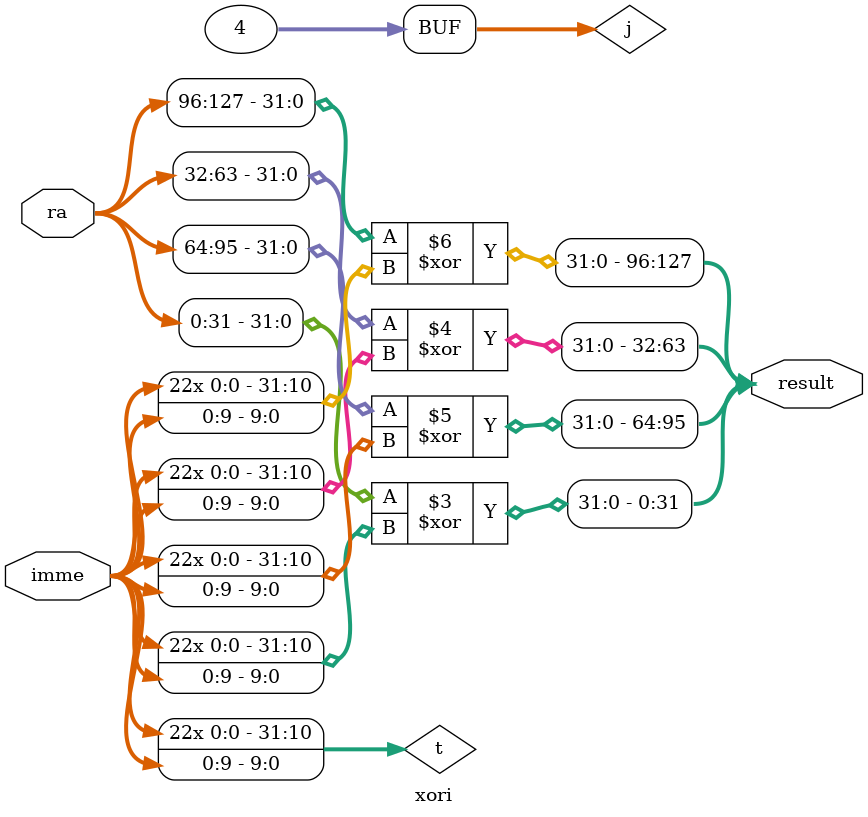
<source format=v>
module xori(
  input [0:127] ra,
  input [0:9] imme,
  output reg [0:127] result
);

integer j;
reg [0:31] t;

always @(*) begin
  t = {{22{imme[0]}}, imme};
  for(j = 0 ; j < 4 ; j = j + 1) begin
    result[j*32 +:32] = ra[j*32 +:32] ^ t;
  end
end

endmodule
</source>
